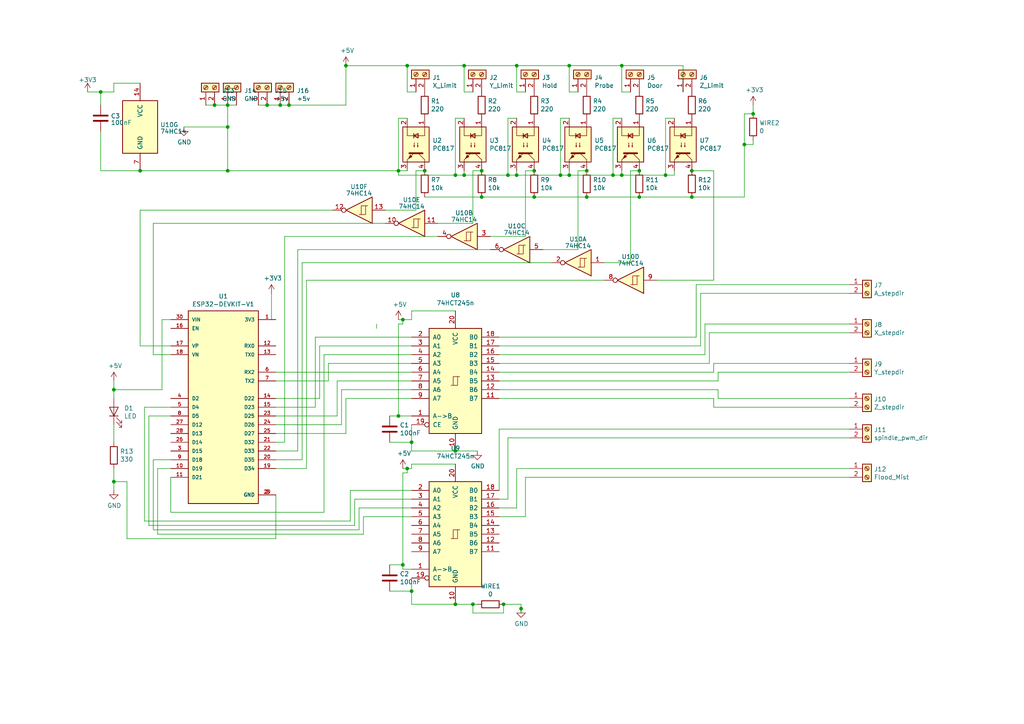
<source format=kicad_sch>
(kicad_sch (version 20230121) (generator eeschema)
  (paper "A4")
  (title_block (title "FluidNC Break-Out Board") (date "2023-03-13") (rev "1.1") (company "Maakmeneer"))
  (lib_symbols
    (symbol "74xx:74HC14" (pin_names (offset 1.016))
      (property "Reference" "U" (at 0 1.27 0))
      (property "Value" "74HC14" (at 0 -1.27 0))
      (symbol "74HC14_1_0"
        (polyline (pts (xy -3.81 3.81) (xy -3.81 -3.81) (xy 3.81 0) (xy -3.81 3.81)) (stroke (width 0.254)) (fill (type background)))
        (pin input line (at -7.62 0 0) (length 3.81) (name "~") (number "1"))
        (pin output inverted (at 7.62 0 180) (length 3.81) (name "~") (number "2"))
      )
      (symbol "74HC14_1_1"
        (polyline (pts (xy -1.905 -1.27) (xy -1.905 1.27) (xy -0.635 1.27)))
        (polyline (pts (xy -2.54 -1.27) (xy -0.635 -1.27) (xy -0.635 1.27) (xy 0 1.27)))
      )
      (symbol "74HC14_2_0"
        (polyline (pts (xy -3.81 3.81) (xy -3.81 -3.81) (xy 3.81 0) (xy -3.81 3.81)) (stroke (width 0.254)) (fill (type background)))
        (pin input line (at -7.62 0 0) (length 3.81) (name "~") (number "3"))
        (pin output inverted (at 7.62 0 180) (length 3.81) (name "~") (number "4"))
      )
      (symbol "74HC14_2_1"
        (polyline (pts (xy -1.905 -1.27) (xy -1.905 1.27) (xy -0.635 1.27)))
        (polyline (pts (xy -2.54 -1.27) (xy -0.635 -1.27) (xy -0.635 1.27) (xy 0 1.27)))
      )
      (symbol "74HC14_3_0"
        (polyline (pts (xy -3.81 3.81) (xy -3.81 -3.81) (xy 3.81 0) (xy -3.81 3.81)) (stroke (width 0.254)) (fill (type background)))
        (pin input line (at -7.62 0 0) (length 3.81) (name "~") (number "5"))
        (pin output inverted (at 7.62 0 180) (length 3.81) (name "~") (number "6"))
      )
      (symbol "74HC14_3_1"
        (polyline (pts (xy -1.905 -1.27) (xy -1.905 1.27) (xy -0.635 1.27)))
        (polyline (pts (xy -2.54 -1.27) (xy -0.635 -1.27) (xy -0.635 1.27) (xy 0 1.27)))
      )
      (symbol "74HC14_4_0"
        (polyline (pts (xy -3.81 3.81) (xy -3.81 -3.81) (xy 3.81 0) (xy -3.81 3.81)) (stroke (width 0.254)) (fill (type background)))
        (pin output inverted (at 7.62 0 180) (length 3.81) (name "~") (number "8"))
        (pin input line (at -7.62 0 0) (length 3.81) (name "~") (number "9"))
      )
      (symbol "74HC14_4_1"
        (polyline (pts (xy -1.905 -1.27) (xy -1.905 1.27) (xy -0.635 1.27)))
        (polyline (pts (xy -2.54 -1.27) (xy -0.635 -1.27) (xy -0.635 1.27) (xy 0 1.27)))
      )
      (symbol "74HC14_5_0"
        (polyline (pts (xy -3.81 3.81) (xy -3.81 -3.81) (xy 3.81 0) (xy -3.81 3.81)) (stroke (width 0.254)) (fill (type background)))
        (pin output inverted (at 7.62 0 180) (length 3.81) (name "~") (number "10"))
        (pin input line (at -7.62 0 0) (length 3.81) (name "~") (number "11"))
      )
      (symbol "74HC14_5_1"
        (polyline (pts (xy -1.905 -1.27) (xy -1.905 1.27) (xy -0.635 1.27)))
        (polyline (pts (xy -2.54 -1.27) (xy -0.635 -1.27) (xy -0.635 1.27) (xy 0 1.27)))
      )
      (symbol "74HC14_6_0"
        (polyline (pts (xy -3.81 3.81) (xy -3.81 -3.81) (xy 3.81 0) (xy -3.81 3.81)) (stroke (width 0.254)) (fill (type background)))
        (pin output inverted (at 7.62 0 180) (length 3.81) (name "~") (number "12"))
        (pin input line (at -7.62 0 0) (length 3.81) (name "~") (number "13"))
      )
      (symbol "74HC14_6_1"
        (polyline (pts (xy -1.905 -1.27) (xy -1.905 1.27) (xy -0.635 1.27)))
        (polyline (pts (xy -2.54 -1.27) (xy -0.635 -1.27) (xy -0.635 1.27) (xy 0 1.27)))
      )
      (symbol "74HC14_7_0"
        (pin power_in line (at 0 12.7 270) (length 5.08) (name "VCC") (number "14"))
        (pin power_in line (at 0 -12.7 90) (length 5.08) (name "GND") (number "7"))
      )
      (symbol "74HC14_7_1"
        (rectangle (start -5.08 7.62) (end 5.08 -7.62) (stroke (width 0.254)) (fill (type background)))
      )
    )
    (symbol "ESP32-DEVKIT-V1:ESP32-DEVKIT-V1" (pin_names (offset 1.016))
      (property "Reference" "U" (at -10.16 30.48 0))
      (property "Value" "ESP32-DEVKIT-V1" (at -10.16 -30.48 0))
      (symbol "ESP32-DEVKIT-V1_0_0"
        (rectangle (start -10.16 -27.94) (end 10.16 27.94) (stroke (width 0.254)) (fill (type background)))
        (pin output line (at 15.24 25.4 180) (length 5.08) (name "3V3") (number "1"))
        (pin bidirectional line (at -15.24 -17.78 0) (length 5.08) (name "D19") (number "10"))
        (pin bidirectional line (at -15.24 -20.32 0) (length 5.08) (name "D21") (number "11"))
        (pin input line (at 15.24 17.78 180) (length 5.08) (name "RX0") (number "12"))
        (pin output line (at 15.24 15.24 180) (length 5.08) (name "TX0") (number "13"))
        (pin bidirectional line (at 15.24 2.54 180) (length 5.08) (name "D22") (number "14"))
        (pin bidirectional line (at 15.24 0 180) (length 5.08) (name "D23") (number "15"))
        (pin input line (at -15.24 22.86 0) (length 5.08) (name "EN") (number "16"))
        (pin bidirectional line (at -15.24 17.78 0) (length 5.08) (name "VP") (number "17"))
        (pin bidirectional line (at -15.24 15.24 0) (length 5.08) (name "VN") (number "18"))
        (pin bidirectional line (at 15.24 -17.78 180) (length 5.08) (name "D34") (number "19"))
        (pin power_in line (at 15.24 -25.4 180) (length 5.08) (name "GND") (number "2"))
        (pin bidirectional line (at 15.24 -15.24 180) (length 5.08) (name "D35") (number "20"))
        (pin bidirectional line (at 15.24 -10.16 180) (length 5.08) (name "D32") (number "21"))
        (pin bidirectional line (at 15.24 -12.7 180) (length 5.08) (name "D33") (number "22"))
        (pin bidirectional line (at 15.24 -2.54 180) (length 5.08) (name "D25") (number "23"))
        (pin bidirectional line (at 15.24 -5.08 180) (length 5.08) (name "D26") (number "24"))
        (pin bidirectional line (at 15.24 -7.62 180) (length 5.08) (name "D27") (number "25"))
        (pin bidirectional line (at -15.24 -10.16 0) (length 5.08) (name "D14") (number "26"))
        (pin bidirectional line (at -15.24 -5.08 0) (length 5.08) (name "D12") (number "27"))
        (pin bidirectional line (at -15.24 -7.62 0) (length 5.08) (name "D13") (number "28"))
        (pin power_in line (at 15.24 -25.4 180) (length 5.08) (name "GND") (number "29"))
        (pin bidirectional line (at -15.24 -12.7 0) (length 5.08) (name "D15") (number "3"))
        (pin input line (at -15.24 25.4 0) (length 5.08) (name "VIN") (number "30"))
        (pin bidirectional line (at -15.24 2.54 0) (length 5.08) (name "D2") (number "4"))
        (pin bidirectional line (at -15.24 0 0) (length 5.08) (name "D4") (number "5"))
        (pin input line (at 15.24 10.16 180) (length 5.08) (name "RX2") (number "6"))
        (pin output line (at 15.24 7.62 180) (length 5.08) (name "TX2") (number "7"))
        (pin bidirectional line (at -15.24 -2.54 0) (length 5.08) (name "D5") (number "8"))
        (pin bidirectional line (at -15.24 -15.24 0) (length 5.08) (name "D18") (number "9"))
      )
    )
    (symbol "fluidnc-bob-rescue:+3.3V-power" (power) (pin_names (offset 0))
      (property "Value" "+3.3V-power" (at 0 3.556 0))
      (symbol "+3.3V-power_0_1"
        (polyline (pts (xy -0.762 1.27) (xy 0 2.54)))
        (polyline (pts (xy 0 0) (xy 0 2.54)))
        (polyline (pts (xy 0 2.54) (xy 0.762 1.27)))
      )
      (symbol "+3.3V-power_1_1"
        (pin power_in line (at 0 0 90) (length 0) hide (name "+3V3") (number "1"))
      )
    )
    (symbol "fluidnc-bob-rescue:+5V-power" (power) (pin_names (offset 0))
      (property "Value" "+5V-power" (at 0 3.556 0))
      (symbol "+5V-power_0_1"
        (polyline (pts (xy -0.762 1.27) (xy 0 2.54)))
        (polyline (pts (xy 0 0) (xy 0 2.54)))
        (polyline (pts (xy 0 2.54) (xy 0.762 1.27)))
      )
      (symbol "+5V-power_1_1"
        (pin power_in line (at 0 0 90) (length 0) hide (name "+5V") (number "1"))
      )
    )
    (symbol "fluidnc-bob-rescue:74HC245-74xx" (pin_names (offset 1.016))
      (property "Reference" "U" (at -7.62 16.51 0))
      (property "Value" "74xx_74HC245" (at -7.62 -16.51 0))
      (symbol "74HC245-74xx_1_0"
        (polyline (pts (xy -0.635 -1.27) (xy -0.635 1.27) (xy 0.635 1.27)))
        (polyline (pts (xy -1.27 -1.27) (xy 0.635 -1.27) (xy 0.635 1.27) (xy 1.27 1.27)))
        (pin input line (at -12.7 -10.16 0) (length 5.08) (name "A->B") (number "1"))
        (pin power_in line (at 0 -20.32 90) (length 5.08) (name "GND") (number "10"))
        (pin tri_state line (at 12.7 -5.08 180) (length 5.08) (name "B7") (number "11"))
        (pin tri_state line (at 12.7 -2.54 180) (length 5.08) (name "B6") (number "12"))
        (pin tri_state line (at 12.7 0 180) (length 5.08) (name "B5") (number "13"))
        (pin tri_state line (at 12.7 2.54 180) (length 5.08) (name "B4") (number "14"))
        (pin tri_state line (at 12.7 5.08 180) (length 5.08) (name "B3") (number "15"))
        (pin tri_state line (at 12.7 7.62 180) (length 5.08) (name "B2") (number "16"))
        (pin tri_state line (at 12.7 10.16 180) (length 5.08) (name "B1") (number "17"))
        (pin tri_state line (at 12.7 12.7 180) (length 5.08) (name "B0") (number "18"))
        (pin input inverted (at -12.7 -12.7 0) (length 5.08) (name "CE") (number "19"))
        (pin tri_state line (at -12.7 12.7 0) (length 5.08) (name "A0") (number "2"))
        (pin power_in line (at 0 20.32 270) (length 5.08) (name "VCC") (number "20"))
        (pin tri_state line (at -12.7 10.16 0) (length 5.08) (name "A1") (number "3"))
        (pin tri_state line (at -12.7 7.62 0) (length 5.08) (name "A2") (number "4"))
        (pin tri_state line (at -12.7 5.08 0) (length 5.08) (name "A3") (number "5"))
        (pin tri_state line (at -12.7 2.54 0) (length 5.08) (name "A4") (number "6"))
        (pin tri_state line (at -12.7 0 0) (length 5.08) (name "A5") (number "7"))
        (pin tri_state line (at -12.7 -2.54 0) (length 5.08) (name "A6") (number "8"))
        (pin tri_state line (at -12.7 -5.08 0) (length 5.08) (name "A7") (number "9"))
      )
      (symbol "74HC245-74xx_1_1"
        (rectangle (start -7.62 15.24) (end 7.62 -15.24) (stroke (width 0.254)) (fill (type background)))
      )
    )
    (symbol "fluidnc-bob-rescue:C-Device" (pin_numbers hide) (pin_names (offset 0.254))
      (property "Reference" "C" (at 0.635 2.54 0))
      (property "Value" "Device_C" (at 0.635 -2.54 0))
      (symbol "C-Device_0_1"
        (polyline (pts (xy -2.032 -0.762) (xy 2.032 -0.762)) (stroke (width 0.508)))
        (polyline (pts (xy -2.032 0.762) (xy 2.032 0.762)) (stroke (width 0.508)))
      )
      (symbol "C-Device_1_1"
        (pin passive line (at 0 3.81 270) (length 2.794) (name "~") (number "1"))
        (pin passive line (at 0 -3.81 90) (length 2.794) (name "~") (number "2"))
      )
    )
    (symbol "fluidnc-bob-rescue:GND-power" (power) (pin_names (offset 0))
      (property "Value" "GND-power" (at 0 -3.81 0))
      (symbol "GND-power_0_1"
        (polyline (pts (xy 0 0) (xy 0 -1.27) (xy 1.27 -1.27) (xy 0 -2.54) (xy -1.27 -1.27) (xy 0 -1.27)))
      )
      (symbol "GND-power_1_1"
        (pin power_in line (at 0 0 270) (length 0) hide (name "GND") (number "1"))
      )
    )
    (symbol "fluidnc-bob-rescue:LED-Device" (pin_numbers hide) (pin_names (offset 1.016) hide)
      (property "Reference" "D" (at 0 2.54 0))
      (property "Value" "Device_LED" (at 0 -2.54 0))
      (symbol "LED-Device_0_1"
        (polyline (pts (xy -1.27 -1.27) (xy -1.27 1.27)) (stroke (width 0.2032)))
        (polyline (pts (xy -1.27 0) (xy 1.27 0)))
        (polyline (pts (xy 1.27 -1.27) (xy 1.27 1.27) (xy -1.27 0) (xy 1.27 -1.27)) (stroke (width 0.2032)))
        (polyline (pts (xy -3.048 -0.762) (xy -4.572 -2.286) (xy -3.81 -2.286) (xy -4.572 -2.286) (xy -4.572 -1.524)))
        (polyline (pts (xy -1.778 -0.762) (xy -3.302 -2.286) (xy -2.54 -2.286) (xy -3.302 -2.286) (xy -3.302 -1.524)))
      )
      (symbol "LED-Device_1_1"
        (pin passive line (at -3.81 0 0) (length 2.54) (name "K") (number "1"))
        (pin passive line (at 3.81 0 180) (length 2.54) (name "A") (number "2"))
      )
    )
    (symbol "fluidnc-bob-rescue:PC817-Isolator" (pin_names (offset 1.016))
      (property "Reference" "U" (at -5.08 5.08 0))
      (property "Value" "Isolator_PC817" (at 0 5.08 0))
      (symbol "PC817-Isolator_0_1"
        (rectangle (start -5.08 3.81) (end 5.08 -3.81) (stroke (width 0.254)) (fill (type background)))
        (polyline (pts (xy -3.175 -0.635) (xy -1.905 -0.635)) (stroke (width 0.254)))
        (polyline (pts (xy 2.54 0.635) (xy 4.445 2.54)))
        (polyline (pts (xy 4.445 -2.54) (xy 2.54 -0.635)) (fill (type outline)))
        (polyline (pts (xy 4.445 -2.54) (xy 5.08 -2.54)))
        (polyline (pts (xy 4.445 2.54) (xy 5.08 2.54)))
        (polyline (pts (xy -5.08 2.54) (xy -2.54 2.54) (xy -2.54 -0.635)))
        (polyline (pts (xy -2.54 -0.635) (xy -2.54 -2.54) (xy -5.08 -2.54)))
        (polyline (pts (xy 2.54 1.905) (xy 2.54 -1.905) (xy 2.54 -1.905)) (stroke (width 0.508)))
        (polyline (pts (xy -2.54 -0.635) (xy -3.175 0.635) (xy -1.905 0.635) (xy -2.54 -0.635)) (stroke (width 0.254)))
        (polyline (pts (xy -0.508 -0.508) (xy 0.762 -0.508) (xy 0.381 -0.635) (xy 0.381 -0.381) (xy 0.762 -0.508)))
        (polyline (pts (xy -0.508 0.508) (xy 0.762 0.508) (xy 0.381 0.381) (xy 0.381 0.635) (xy 0.762 0.508)))
        (polyline (pts (xy 3.048 -1.651) (xy 3.556 -1.143) (xy 4.064 -2.159) (xy 3.048 -1.651) (xy 3.048 -1.651)) (fill (type outline)))
      )
      (symbol "PC817-Isolator_1_1"
        (pin passive line (at -7.62 2.54 0) (length 2.54) (name "~") (number "1"))
        (pin passive line (at -7.62 -2.54 0) (length 2.54) (name "~") (number "2"))
        (pin passive line (at 7.62 -2.54 180) (length 2.54) (name "~") (number "3"))
        (pin passive line (at 7.62 2.54 180) (length 2.54) (name "~") (number "4"))
      )
    )
    (symbol "fluidnc-bob-rescue:R-Device" (pin_numbers hide) (pin_names (offset 0))
      (property "Reference" "R" (at 2.032 0 90))
      (property "Value" "Device_R" (at 0 0 90))
      (symbol "R-Device_0_1"
        (rectangle (start -1.016 -2.54) (end 1.016 2.54) (stroke (width 0.254)))
      )
      (symbol "R-Device_1_1"
        (pin passive line (at 0 3.81 270) (length 1.27) (name "~") (number "1"))
        (pin passive line (at 0 -3.81 90) (length 1.27) (name "~") (number "2"))
      )
    )
    (symbol "fluidnc-bob-rescue:Screw_Terminal_01x02-Connector" (pin_names (offset 1.016) hide)
      (property "Reference" "J" (at 0 2.54 0))
      (property "Value" "Connector_Screw_Terminal_01x02" (at 0 -5.08 0))
      (symbol "Screw_Terminal_01x02-Connector_1_1"
        (rectangle (start -1.27 1.27) (end 1.27 -3.81) (stroke (width 0.254)) (fill (type background)))
        (circle (center 0 -2.54) (radius 0.635) (stroke (width 0.1524)))
        (polyline (pts (xy -0.5334 -2.2098) (xy 0.3302 -3.048)) (stroke (width 0.1524)))
        (polyline (pts (xy -0.5334 0.3302) (xy 0.3302 -0.508)) (stroke (width 0.1524)))
        (polyline (pts (xy -0.3556 -2.032) (xy 0.508 -2.8702)) (stroke (width 0.1524)))
        (polyline (pts (xy -0.3556 0.508) (xy 0.508 -0.3302)) (stroke (width 0.1524)))
        (circle (center 0 0) (radius 0.635) (stroke (width 0.1524)))
        (pin passive line (at -5.08 0 0) (length 3.81) (name "Pin_1") (number "1"))
        (pin passive line (at -5.08 -2.54 0) (length 3.81) (name "Pin_2") (number "2"))
      )
    )
  )
  (junction (at 162.56 50.8))
  (junction (at 66.04 36.83))
  (junction (at 134.62 50.8))
  (junction (at 139.7 57.15))
  (junction (at 132.08 175.26))
  (junction (at 132.08 50.8))
  (junction (at 180.34 50.8))
  (junction (at 200.66 57.15))
  (junction (at 170.18 57.15))
  (junction (at 185.42 49.53))
  (junction (at 115.57 120.65))
  (junction (at 116.84 163.83))
  (junction (at 185.42 57.15))
  (junction (at 165.1 19.05))
  (junction (at 81.28 30.48))
  (junction (at 100.33 19.05))
  (junction (at 170.18 49.53))
  (junction (at 149.86 19.05))
  (junction (at 215.9 41.91))
  (junction (at 40.64 49.53))
  (junction (at 83.82 30.48))
  (junction (at 66.04 30.48))
  (junction (at 177.8 50.8))
  (junction (at 132.08 130.81))
  (junction (at 66.04 49.53))
  (junction (at 118.11 19.05))
  (junction (at 123.19 49.53))
  (junction (at 151.13 176.53))
  (junction (at 119.38 128.27))
  (junction (at 139.7 49.53))
  (junction (at 137.16 175.26))
  (junction (at 62.23 30.48))
  (junction (at 115.57 49.53))
  (junction (at 33.02 139.7))
  (junction (at 154.94 57.15))
  (junction (at 147.32 50.8))
  (junction (at 134.62 19.05))
  (junction (at 218.44 33.02))
  (junction (at 180.34 19.05))
  (junction (at 29.21 26.67))
  (junction (at 149.86 50.8))
  (junction (at 77.47 30.48))
  (junction (at 165.1 50.8))
  (junction (at 116.84 92.71))
  (junction (at 193.04 50.8))
  (junction (at 154.94 49.53))
  (junction (at 118.11 135.89))
  (junction (at 146.05 175.26))
  (junction (at 200.66 49.53))
  (junction (at 33.02 113.03))
  (junction (at 119.38 171.45))
  (wire (pts (xy 80.01 110.49) (xy 95.25 110.49)))
  (wire (pts (xy 116.84 93.98) (xy 116.84 92.71)))
  (wire (pts (xy 29.21 38.1) (xy 29.21 49.53)))
  (wire (pts (xy 97.79 120.65) (xy 97.79 110.49)))
  (wire (pts (xy 78.74 92.71) (xy 80.01 92.71)))
  (wire (pts (xy 80.01 118.11) (xy 91.44 118.11)))
  (wire (pts (xy 195.58 49.53) (xy 195.58 50.8)))
  (wire (pts (xy 88.9 135.89) (xy 80.01 135.89)))
  (wire (pts (xy 82.55 68.58) (xy 127 68.58)))
  (wire (pts (xy 66.04 30.48) (xy 66.04 36.83)))
  (wire (pts (xy 86.36 72.39) (xy 142.24 72.39)))
  (wire (pts (xy 41.91 118.11) (xy 49.53 118.11)))
  (wire (pts (xy 119.38 100.33) (xy 92.71 100.33)))
  (wire (pts (xy 33.02 142.24) (xy 33.02 139.7)))
  (wire (pts (xy 111.76 60.96) (xy 120.65 60.96)))
  (wire (pts (xy 49.53 148.59) (xy 93.98 148.59)))
  (wire (pts (xy 246.38 105.41) (xy 207.01 105.41)))
  (wire (pts (xy 207.01 49.53) (xy 200.66 49.53)))
  (wire (pts (xy 165.1 19.05) (xy 180.34 19.05)))
  (wire (pts (xy 218.44 33.02) (xy 215.9 33.02)))
  (wire (pts (xy 246.38 115.57) (xy 208.28 115.57)))
  (wire (pts (xy 119.38 175.26) (xy 132.08 175.26)))
  (wire (pts (xy 66.04 36.83) (xy 66.04 49.53)))
  (wire (pts (xy 246.38 93.98) (xy 204.47 93.98)))
  (wire (pts (xy 29.21 26.67) (xy 29.21 30.48)))
  (wire (pts (xy 208.28 115.57) (xy 208.28 113.03)))
  (wire (pts (xy 119.38 115.57) (xy 100.33 115.57)))
  (wire (pts (xy 82.55 128.27) (xy 82.55 68.58)))
  (wire (pts (xy 190.5 81.28) (xy 207.01 81.28)))
  (wire (pts (xy 146.05 175.26) (xy 151.13 175.26)))
  (wire (pts (xy 137.16 64.77) (xy 137.16 49.53)))
  (wire (pts (xy 218.44 41.91) (xy 218.44 40.64)))
  (wire (pts (xy 149.86 135.89) (xy 149.86 147.32)))
  (wire (pts (xy 116.84 137.16) (xy 118.11 137.16)))
  (wire (pts (xy 182.88 49.53) (xy 185.42 49.53)))
  (wire (pts (xy 207.01 49.53) (xy 207.01 81.28)))
  (wire (pts (xy 246.38 127) (xy 147.32 127)))
  (wire (pts (xy 119.38 149.86) (xy 105.41 149.86)))
  (wire (pts (xy 205.74 96.52) (xy 205.74 105.41)))
  (wire (pts (xy 193.04 34.29) (xy 193.04 50.8)))
  (wire (pts (xy 92.71 115.57) (xy 92.71 100.33)))
  (wire (pts (xy 118.11 26.67) (xy 118.11 19.05)))
  (wire (pts (xy 88.9 135.89) (xy 88.9 81.28)))
  (wire (pts (xy 182.88 49.53) (xy 182.88 76.2)))
  (wire (pts (xy 134.62 19.05) (xy 149.86 19.05)))
  (wire (pts (xy 137.16 175.26) (xy 138.43 175.26)))
  (wire (pts (xy 137.16 26.67) (xy 134.62 26.67)))
  (wire (pts (xy 100.33 125.73) (xy 100.33 115.57)))
  (wire (pts (xy 208.28 107.95) (xy 208.28 110.49)))
  (wire (pts (xy 104.14 153.67) (xy 44.45 153.67)))
  (wire (pts (xy 118.11 135.89) (xy 119.38 135.89)))
  (wire (pts (xy 44.45 133.35) (xy 49.53 133.35)))
  (wire (pts (xy 207.01 105.41) (xy 207.01 107.95)))
  (wire (pts (xy 246.38 118.11) (xy 207.01 118.11)))
  (wire (pts (xy 132.08 34.29) (xy 132.08 50.8)))
  (wire (pts (xy 134.62 34.29) (xy 132.08 34.29)))
  (wire (pts (xy 132.08 50.8) (xy 115.57 50.8)))
  (wire (pts (xy 182.88 26.67) (xy 180.34 26.67)))
  (wire (pts (xy 29.21 26.67) (xy 25.4 26.67)))
  (wire (pts (xy 165.1 34.29) (xy 162.56 34.29)))
  (wire (pts (xy 132.08 175.26) (xy 137.16 175.26)))
  (wire (pts (xy 116.84 163.83) (xy 116.84 137.16)))
  (wire (pts (xy 91.44 118.11) (xy 91.44 97.79)))
  (wire (pts (xy 149.86 34.29) (xy 147.32 34.29)))
  (wire (pts (xy 147.32 127) (xy 147.32 144.78)))
  (wire (pts (xy 53.34 36.83) (xy 66.04 36.83)))
  (wire (pts (xy 177.8 34.29) (xy 177.8 50.8)))
  (wire (pts (xy 33.02 26.67) (xy 29.21 26.67)))
  (wire (pts (xy 198.12 19.05) (xy 198.12 26.67)))
  (wire (pts (xy 116.84 135.89) (xy 118.11 135.89)))
  (wire (pts (xy 36.83 156.21) (xy 36.83 139.7)))
  (wire (pts (xy 83.82 30.48) (xy 100.33 30.48)))
  (wire (pts (xy 115.57 34.29) (xy 115.57 49.53)))
  (wire (pts (xy 152.4 138.43) (xy 152.4 149.86)))
  (wire (pts (xy 215.9 41.91) (xy 218.44 41.91)))
  (wire (pts (xy 246.38 85.09) (xy 203.2 85.09)))
  (wire (pts (xy 43.18 152.4) (xy 43.18 120.65)))
  (wire (pts (xy 180.34 19.05) (xy 198.12 19.05)))
  (wire (pts (xy 118.11 49.53) (xy 115.57 49.53)))
  (wire (pts (xy 87.63 76.2) (xy 160.02 76.2)))
  (wire (pts (xy 204.47 93.98) (xy 204.47 102.87)))
  (wire (pts (xy 49.53 100.33) (xy 40.64 100.33)))
  (wire (pts (xy 137.16 175.26) (xy 137.16 177.8)))
  (wire (pts (xy 77.47 30.48) (xy 81.28 30.48)))
  (wire (pts (xy 120.65 49.53) (xy 123.19 49.53)))
  (wire (pts (xy 80.01 115.57) (xy 92.71 115.57)))
  (wire (pts (xy 149.86 50.8) (xy 147.32 50.8)))
  (wire (pts (xy 40.64 24.13) (xy 33.02 24.13)))
  (wire (pts (xy 62.23 30.48) (xy 59.69 30.48)))
  (wire (pts (xy 152.4 149.86) (xy 144.78 149.86)))
  (wire (pts (xy 46.99 113.03) (xy 46.99 92.71)))
  (wire (pts (xy 44.45 64.77) (xy 111.76 64.77)))
  (wire (pts (xy 118.11 19.05) (xy 134.62 19.05)))
  (wire (pts (xy 215.9 57.15) (xy 200.66 57.15)))
  (wire (pts (xy 93.98 148.59) (xy 93.98 102.87)))
  (wire (pts (xy 119.38 120.65) (xy 115.57 120.65)))
  (wire (pts (xy 46.99 92.71) (xy 49.53 92.71)))
  (wire (pts (xy 149.86 49.53) (xy 149.86 50.8)))
  (wire (pts (xy 119.38 110.49) (xy 97.79 110.49)))
  (wire (pts (xy 115.57 49.53) (xy 115.57 50.8)))
  (wire (pts (xy 152.4 49.53) (xy 154.94 49.53)))
  (wire (pts (xy 74.93 30.48) (xy 77.47 30.48)))
  (wire (pts (xy 119.38 165.1) (xy 116.84 165.1)))
  (wire (pts (xy 205.74 105.41) (xy 144.78 105.41)))
  (wire (pts (xy 195.58 34.29) (xy 193.04 34.29)))
  (wire (pts (xy 119.38 171.45) (xy 119.38 175.26)))
  (wire (pts (xy 33.02 113.03) (xy 33.02 110.49)))
  (wire (pts (xy 154.94 57.15) (xy 170.18 57.15)))
  (wire (pts (xy 137.16 49.53) (xy 139.7 49.53)))
  (wire (pts (xy 165.1 49.53) (xy 165.1 50.8)))
  (wire (pts (xy 119.38 142.24) (xy 101.6 142.24)))
  (wire (pts (xy 80.01 120.65) (xy 97.79 120.65)))
  (wire (pts (xy 105.41 154.94) (xy 45.72 154.94)))
  (wire (pts (xy 87.63 133.35) (xy 80.01 133.35)))
  (wire (pts (xy 113.03 128.27) (xy 119.38 128.27)))
  (wire (pts (xy 119.38 167.64) (xy 119.38 171.45)))
  (wire (pts (xy 29.21 49.53) (xy 40.64 49.53)))
  (wire (pts (xy 215.9 41.91) (xy 215.9 57.15)))
  (wire (pts (xy 201.93 97.79) (xy 144.78 97.79)))
  (wire (pts (xy 167.64 49.53) (xy 167.64 72.39)))
  (wire (pts (xy 246.38 96.52) (xy 205.74 96.52)))
  (wire (pts (xy 40.64 100.33) (xy 40.64 60.96)))
  (wire (pts (xy 33.02 139.7) (xy 33.02 135.89)))
  (wire (pts (xy 203.2 100.33) (xy 144.78 100.33)))
  (wire (pts (xy 147.32 144.78) (xy 144.78 144.78)))
  (wire (pts (xy 151.13 177.8) (xy 151.13 176.53)))
  (wire (pts (xy 102.87 152.4) (xy 43.18 152.4)))
  (wire (pts (xy 137.16 177.8) (xy 146.05 177.8)))
  (wire (pts (xy 152.4 26.67) (xy 149.86 26.67)))
  (wire (pts (xy 120.65 26.67) (xy 118.11 26.67)))
  (wire (pts (xy 246.38 82.55) (xy 201.93 82.55)))
  (wire (pts (xy 104.14 147.32) (xy 104.14 153.67)))
  (wire (pts (xy 180.34 26.67) (xy 180.34 19.05)))
  (wire (pts (xy 167.64 26.67) (xy 165.1 26.67)))
  (wire (pts (xy 66.04 30.48) (xy 62.23 30.48)))
  (wire (pts (xy 149.86 147.32) (xy 144.78 147.32)))
  (wire (pts (xy 115.57 93.98) (xy 116.84 93.98)))
  (wire (pts (xy 246.38 135.89) (xy 149.86 135.89)))
  (wire (pts (xy 81.28 30.48) (xy 83.82 30.48)))
  (wire (pts (xy 118.11 137.16) (xy 118.11 135.89)))
  (wire (pts (xy 203.2 85.09) (xy 203.2 100.33)))
  (wire (pts (xy 80.01 123.19) (xy 99.06 123.19)))
  (wire (pts (xy 101.6 151.13) (xy 41.91 151.13)))
  (wire (pts (xy 113.03 120.65) (xy 115.57 120.65)))
  (wire (pts (xy 167.64 49.53) (xy 170.18 49.53)))
  (wire (pts (xy 132.08 130.81) (xy 138.43 130.81)))
  (wire (pts (xy 102.87 144.78) (xy 102.87 152.4)))
  (wire (pts (xy 80.01 107.95) (xy 119.38 107.95)))
  (wire (pts (xy 165.1 26.67) (xy 165.1 19.05)))
  (wire (pts (xy 33.02 115.57) (xy 33.02 113.03)))
  (wire (pts (xy 113.03 171.45) (xy 119.38 171.45)))
  (wire (pts (xy 115.57 92.71) (xy 116.84 92.71)))
  (wire (pts (xy 134.62 49.53) (xy 134.62 50.8)))
  (wire (pts (xy 246.38 138.43) (xy 152.4 138.43)))
  (wire (pts (xy 246.38 107.95) (xy 208.28 107.95)))
  (wire (pts (xy 208.28 110.49) (xy 144.78 110.49)))
  (wire (pts (xy 119.38 128.27) (xy 119.38 130.81)))
  (wire (pts (xy 116.84 92.71) (xy 119.38 92.71)))
  (wire (pts (xy 146.05 177.8) (xy 146.05 175.26)))
  (wire (pts (xy 165.1 50.8) (xy 162.56 50.8)))
  (wire (pts (xy 207.01 107.95) (xy 144.78 107.95)))
  (wire (pts (xy 177.8 50.8) (xy 165.1 50.8)))
  (wire (pts (xy 86.36 130.81) (xy 80.01 130.81)))
  (wire (pts (xy 149.86 26.67) (xy 149.86 19.05)))
  (wire (pts (xy 33.02 113.03) (xy 46.99 113.03)))
  (wire (pts (xy 147.32 50.8) (xy 134.62 50.8)))
  (wire (pts (xy 119.38 144.78) (xy 102.87 144.78)))
  (wire (pts (xy 66.04 49.53) (xy 115.57 49.53)))
  (wire (pts (xy 109.22 95.25) (xy 109.22 93.98)))
  (wire (pts (xy 215.9 33.02) (xy 215.9 41.91)))
  (wire (pts (xy 246.38 124.46) (xy 144.78 124.46)))
  (wire (pts (xy 123.19 57.15) (xy 139.7 57.15)))
  (wire (pts (xy 185.42 57.15) (xy 200.66 57.15)))
  (wire (pts (xy 82.55 128.27) (xy 80.01 128.27)))
  (wire (pts (xy 105.41 149.86) (xy 105.41 154.94)))
  (wire (pts (xy 157.48 72.39) (xy 167.64 72.39)))
  (wire (pts (xy 119.38 113.03) (xy 99.06 113.03)))
  (wire (pts (xy 119.38 123.19) (xy 119.38 128.27)))
  (wire (pts (xy 134.62 50.8) (xy 132.08 50.8)))
  (wire (pts (xy 127 64.77) (xy 137.16 64.77)))
  (wire (pts (xy 201.93 82.55) (xy 201.93 97.79)))
  (wire (pts (xy 180.34 34.29) (xy 177.8 34.29)))
  (wire (pts (xy 139.7 57.15) (xy 154.94 57.15)))
  (wire (pts (xy 144.78 124.46) (xy 144.78 142.24)))
  (wire (pts (xy 207.01 118.11) (xy 207.01 115.57)))
  (wire (pts (xy 80.01 143.51) (xy 80.01 156.21)))
  (wire (pts (xy 115.57 120.65) (xy 115.57 93.98)))
  (wire (pts (xy 147.32 34.29) (xy 147.32 50.8)))
  (wire (pts (xy 100.33 19.05) (xy 118.11 19.05)))
  (wire (pts (xy 101.6 142.24) (xy 101.6 151.13)))
  (wire (pts (xy 207.01 115.57) (xy 144.78 115.57)))
  (wire (pts (xy 162.56 50.8) (xy 149.86 50.8)))
  (wire (pts (xy 99.06 123.19) (xy 99.06 113.03)))
  (wire (pts (xy 119.38 134.62) (xy 132.08 134.62)))
  (wire (pts (xy 119.38 147.32) (xy 104.14 147.32)))
  (wire (pts (xy 180.34 50.8) (xy 177.8 50.8)))
  (wire (pts (xy 132.08 90.17) (xy 119.38 90.17)))
  (wire (pts (xy 119.38 105.41) (xy 95.25 105.41)))
  (wire (pts (xy 100.33 30.48) (xy 100.33 19.05)))
  (wire (pts (xy 68.58 30.48) (xy 66.04 30.48)))
  (wire (pts (xy 149.86 19.05) (xy 165.1 19.05)))
  (wire (pts (xy 142.24 68.58) (xy 152.4 68.58)))
  (wire (pts (xy 80.01 125.73) (xy 100.33 125.73)))
  (wire (pts (xy 180.34 49.53) (xy 180.34 50.8)))
  (wire (pts (xy 45.72 154.94) (xy 45.72 135.89)))
  (wire (pts (xy 88.9 81.28) (xy 175.26 81.28)))
  (wire (pts (xy 162.56 34.29) (xy 162.56 50.8)))
  (wire (pts (xy 118.11 34.29) (xy 115.57 34.29)))
  (wire (pts (xy 44.45 102.87) (xy 44.45 64.77)))
  (wire (pts (xy 33.02 123.19) (xy 33.02 128.27)))
  (wire (pts (xy 193.04 50.8) (xy 180.34 50.8)))
  (wire (pts (xy 33.02 24.13) (xy 33.02 26.67)))
  (wire (pts (xy 49.53 148.59) (xy 49.53 138.43)))
  (wire (pts (xy 41.91 151.13) (xy 41.91 118.11)))
  (wire (pts (xy 119.38 97.79) (xy 91.44 97.79)))
  (wire (pts (xy 119.38 102.87) (xy 93.98 102.87)))
  (wire (pts (xy 40.64 49.53) (xy 66.04 49.53)))
  (wire (pts (xy 49.53 102.87) (xy 44.45 102.87)))
  (wire (pts (xy 36.83 139.7) (xy 33.02 139.7)))
  (wire (pts (xy 40.64 60.96) (xy 96.52 60.96)))
  (wire (pts (xy 86.36 130.81) (xy 86.36 72.39)))
  (wire (pts (xy 43.18 120.65) (xy 49.53 120.65)))
  (wire (pts (xy 119.38 135.89) (xy 119.38 134.62)))
  (wire (pts (xy 44.45 153.67) (xy 44.45 133.35)))
  (wire (pts (xy 95.25 110.49) (xy 95.25 105.41)))
  (wire (pts (xy 120.65 60.96) (xy 120.65 49.53)))
  (wire (pts (xy 78.74 85.09) (xy 78.74 92.71)))
  (wire (pts (xy 87.63 133.35) (xy 87.63 76.2)))
  (wire (pts (xy 45.72 135.89) (xy 49.53 135.89)))
  (wire (pts (xy 80.01 156.21) (xy 36.83 156.21)))
  (wire (pts (xy 170.18 57.15) (xy 185.42 57.15)))
  (wire (pts (xy 208.28 113.03) (xy 144.78 113.03)))
  (wire (pts (xy 119.38 130.81) (xy 132.08 130.81)))
  (wire (pts (xy 152.4 68.58) (xy 152.4 49.53)))
  (wire (pts (xy 116.84 165.1) (xy 116.84 163.83)))
  (wire (pts (xy 119.38 90.17) (xy 119.38 92.71)))
  (wire (pts (xy 195.58 50.8) (xy 193.04 50.8)))
  (wire (pts (xy 134.62 26.67) (xy 134.62 19.05)))
  (wire (pts (xy 151.13 175.26) (xy 151.13 176.53)))
  (wire (pts (xy 113.03 163.83) (xy 116.84 163.83)))
  (wire (pts (xy 204.47 102.87) (xy 144.78 102.87)))
  (wire (pts (xy 218.44 30.48) (xy 218.44 33.02)))
  (wire (pts (xy 182.88 76.2) (xy 175.26 76.2)))
  (symbol (lib_id "fluidnc-bob-rescue:PC817-Isolator") (at 120.65 41.91 270) (unit 1)
    (property "Reference" "U2" (at 125.4252 40.7416 90) (effects (justify left)))
    (property "Value" "PC817" (at 125.4252 43.053 90) (effects (justify left)))
    (property "Footprint" "Package_DIP:DIP-4_W7.62mm" (effects hide))
    (property "Datasheet" "http://www.soselectronic.cz/a_info/resource/d/pc817.pdf" (effects hide))
  )
  (symbol (lib_id "fluidnc-bob-rescue:PC817-Isolator") (at 137.16 41.91 270) (unit 1)
    (property "Reference" "U3" (at 141.9352 40.7416 90) (effects (justify left)))
    (property "Value" "PC817" (at 141.9352 43.053 90) (effects (justify left)))
    (property "Footprint" "Package_DIP:DIP-4_W7.62mm" (effects hide))
    (property "Datasheet" "http://www.soselectronic.cz/a_info/resource/d/pc817.pdf" (effects hide))
  )
  (symbol (lib_id "fluidnc-bob-rescue:PC817-Isolator") (at 152.4 41.91 270) (unit 1)
    (property "Reference" "U4" (at 157.1752 40.7416 90) (effects (justify left)))
    (property "Value" "PC817" (at 157.1752 43.053 90) (effects (justify left)))
    (property "Footprint" "Package_DIP:DIP-4_W7.62mm" (effects hide))
    (property "Datasheet" "http://www.soselectronic.cz/a_info/resource/d/pc817.pdf" (effects hide))
  )
  (symbol (lib_id "fluidnc-bob-rescue:PC817-Isolator") (at 167.64 41.91 270) (unit 1)
    (property "Reference" "U5" (at 172.4152 40.7416 90) (effects (justify left)))
    (property "Value" "PC817" (at 172.4152 43.053 90) (effects (justify left)))
    (property "Footprint" "Package_DIP:DIP-4_W7.62mm" (effects hide))
    (property "Datasheet" "http://www.soselectronic.cz/a_info/resource/d/pc817.pdf" (effects hide))
  )
  (symbol (lib_id "fluidnc-bob-rescue:PC817-Isolator") (at 182.88 41.91 270) (unit 1)
    (property "Reference" "U6" (at 187.6552 40.7416 90) (effects (justify left)))
    (property "Value" "PC817" (at 187.6552 43.053 90) (effects (justify left)))
    (property "Footprint" "Package_DIP:DIP-4_W7.62mm" (effects hide))
    (property "Datasheet" "http://www.soselectronic.cz/a_info/resource/d/pc817.pdf" (effects hide))
  )
  (symbol (lib_id "fluidnc-bob-rescue:PC817-Isolator") (at 198.12 41.91 270) (unit 1)
    (property "Reference" "U7" (at 202.8952 40.7416 90) (effects (justify left)))
    (property "Value" "PC817" (at 202.8952 43.053 90) (effects (justify left)))
    (property "Footprint" "Package_DIP:DIP-4_W7.62mm" (effects hide))
    (property "Datasheet" "http://www.soselectronic.cz/a_info/resource/d/pc817.pdf" (effects hide))
  )
  (symbol (lib_id "fluidnc-bob-rescue:Screw_Terminal_01x02-Connector") (at 120.65 21.59 90) (unit 1)
    (property "Reference" "J1" (at 125.4252 22.5044 90) (effects (justify right)))
    (property "Value" "X_Limit" (at 125.4252 24.8158 90) (effects (justify right)))
    (property "Footprint" "TerminalBlock_MetzConnect:TerminalBlock_MetzConnect_Type073_RT02602HBLU_1x02_P5.08mm_Horizontal" (effects hide))
  )
  (symbol (lib_id "fluidnc-bob-rescue:Screw_Terminal_01x02-Connector") (at 137.16 21.59 90) (unit 1)
    (property "Reference" "J2" (at 141.9352 22.5044 90) (effects (justify right)))
    (property "Value" "Y_Limit" (at 141.9352 24.8158 90) (effects (justify right)))
    (property "Footprint" "TerminalBlock_MetzConnect:TerminalBlock_MetzConnect_Type073_RT02602HBLU_1x02_P5.08mm_Horizontal" (effects hide))
  )
  (symbol (lib_id "fluidnc-bob-rescue:Screw_Terminal_01x02-Connector") (at 152.4 21.59 90) (unit 1)
    (property "Reference" "J3" (at 157.1752 22.5044 90) (effects (justify right)))
    (property "Value" "Hold" (at 157.1752 24.8158 90) (effects (justify right)))
    (property "Footprint" "TerminalBlock_MetzConnect:TerminalBlock_MetzConnect_Type073_RT02602HBLU_1x02_P5.08mm_Horizontal" (effects hide))
  )
  (symbol (lib_id "fluidnc-bob-rescue:Screw_Terminal_01x02-Connector") (at 167.64 21.59 90) (unit 1)
    (property "Reference" "J4" (at 172.4152 22.5044 90) (effects (justify right)))
    (property "Value" "Probe" (at 172.4152 24.8158 90) (effects (justify right)))
    (property "Footprint" "TerminalBlock_MetzConnect:TerminalBlock_MetzConnect_Type073_RT02602HBLU_1x02_P5.08mm_Horizontal" (effects hide))
  )
  (symbol (lib_id "fluidnc-bob-rescue:Screw_Terminal_01x02-Connector") (at 182.88 21.59 90) (unit 1)
    (property "Reference" "J5" (at 187.6552 22.5044 90) (effects (justify right)))
    (property "Value" "Door" (at 187.6552 24.8158 90) (effects (justify right)))
    (property "Footprint" "TerminalBlock_MetzConnect:TerminalBlock_MetzConnect_Type073_RT02602HBLU_1x02_P5.08mm_Horizontal" (effects hide))
  )
  (symbol (lib_id "fluidnc-bob-rescue:Screw_Terminal_01x02-Connector") (at 198.12 21.59 90) (unit 1)
    (property "Reference" "J6" (at 202.8952 22.5044 90) (effects (justify right)))
    (property "Value" "Z_Limit" (at 202.8952 24.8158 90) (effects (justify right)))
    (property "Footprint" "TerminalBlock_MetzConnect:TerminalBlock_MetzConnect_Type073_RT02602HBLU_1x02_P5.08mm_Horizontal" (effects hide))
  )
  (symbol (lib_id "fluidnc-bob-rescue:GND-power") (at 53.34 36.83 0) (unit 1)
    (property "Reference" "#PWR0101" (effects hide))
    (property "Value" "GND" (at 53.467 41.2242 0))
  )
  (symbol (lib_id "fluidnc-bob-rescue:+5V-power") (at 100.33 19.05 0) (unit 1)
    (property "Reference" "#PWR0102" (effects hide))
    (property "Value" "+5V" (at 100.711 14.6558 0))
  )
  (symbol (lib_id "fluidnc-bob-rescue:+3.3V-power") (at 218.44 30.48 0) (unit 1)
    (property "Reference" "#PWR0103" (effects hide))
    (property "Value" "+3.3V" (at 218.821 26.0858 0))
  )
  (symbol (lib_id "fluidnc-bob-rescue:R-Device") (at 200.66 30.48 0) (unit 1)
    (property "Reference" "R6" (at 202.438 29.3116 0) (effects (justify left)))
    (property "Value" "220" (at 202.438 31.623 0) (effects (justify left)))
    (property "Footprint" "Resistor_THT:R_Axial_DIN0204_L3.6mm_D1.6mm_P7.62mm_Horizontal" (effects hide))
  )
  (symbol (lib_id "fluidnc-bob-rescue:R-Device") (at 185.42 30.48 0) (unit 1)
    (property "Reference" "R5" (at 187.198 29.3116 0) (effects (justify left)))
    (property "Value" "220" (at 187.198 31.623 0) (effects (justify left)))
    (property "Footprint" "Resistor_THT:R_Axial_DIN0204_L3.6mm_D1.6mm_P7.62mm_Horizontal" (effects hide))
  )
  (symbol (lib_id "fluidnc-bob-rescue:R-Device") (at 170.18 30.48 0) (unit 1)
    (property "Reference" "R4" (at 171.958 29.3116 0) (effects (justify left)))
    (property "Value" "220" (at 171.958 31.623 0) (effects (justify left)))
    (property "Footprint" "Resistor_THT:R_Axial_DIN0204_L3.6mm_D1.6mm_P7.62mm_Horizontal" (effects hide))
  )
  (symbol (lib_id "fluidnc-bob-rescue:R-Device") (at 154.94 30.48 0) (unit 1)
    (property "Reference" "R3" (at 156.718 29.3116 0) (effects (justify left)))
    (property "Value" "220" (at 156.718 31.623 0) (effects (justify left)))
    (property "Footprint" "Resistor_THT:R_Axial_DIN0204_L3.6mm_D1.6mm_P7.62mm_Horizontal" (effects hide))
  )
  (symbol (lib_id "fluidnc-bob-rescue:R-Device") (at 139.7 30.48 0) (unit 1)
    (property "Reference" "R2" (at 141.478 29.3116 0) (effects (justify left)))
    (property "Value" "220" (at 141.478 31.623 0) (effects (justify left)))
    (property "Footprint" "Resistor_THT:R_Axial_DIN0204_L3.6mm_D1.6mm_P7.62mm_Horizontal" (effects hide))
  )
  (symbol (lib_id "fluidnc-bob-rescue:R-Device") (at 123.19 30.48 0) (unit 1)
    (property "Reference" "R1" (at 124.968 29.3116 0) (effects (justify left)))
    (property "Value" "220" (at 124.968 31.623 0) (effects (justify left)))
    (property "Footprint" "Resistor_THT:R_Axial_DIN0204_L3.6mm_D1.6mm_P7.62mm_Horizontal" (effects hide))
  )
  (symbol (lib_id "fluidnc-bob-rescue:R-Device") (at 123.19 53.34 0) (unit 1)
    (property "Reference" "R7" (at 124.968 52.1716 0) (effects (justify left)))
    (property "Value" "10k" (at 124.968 54.483 0) (effects (justify left)))
    (property "Footprint" "Resistor_THT:R_Axial_DIN0204_L3.6mm_D1.6mm_P7.62mm_Horizontal" (effects hide))
  )
  (symbol (lib_id "fluidnc-bob-rescue:R-Device") (at 139.7 53.34 0) (unit 1)
    (property "Reference" "R8" (at 141.478 52.1716 0) (effects (justify left)))
    (property "Value" "10k" (at 141.478 54.483 0) (effects (justify left)))
    (property "Footprint" "Resistor_THT:R_Axial_DIN0204_L3.6mm_D1.6mm_P7.62mm_Horizontal" (effects hide))
  )
  (symbol (lib_id "fluidnc-bob-rescue:R-Device") (at 154.94 53.34 0) (unit 1)
    (property "Reference" "R9" (at 156.718 52.1716 0) (effects (justify left)))
    (property "Value" "10k" (at 156.718 54.483 0) (effects (justify left)))
    (property "Footprint" "Resistor_THT:R_Axial_DIN0204_L3.6mm_D1.6mm_P7.62mm_Horizontal" (effects hide))
  )
  (symbol (lib_id "fluidnc-bob-rescue:R-Device") (at 170.18 53.34 0) (unit 1)
    (property "Reference" "R10" (at 171.958 52.1716 0) (effects (justify left)))
    (property "Value" "10k" (at 171.958 54.483 0) (effects (justify left)))
    (property "Footprint" "Resistor_THT:R_Axial_DIN0204_L3.6mm_D1.6mm_P7.62mm_Horizontal" (effects hide))
  )
  (symbol (lib_id "fluidnc-bob-rescue:R-Device") (at 185.42 53.34 0) (unit 1)
    (property "Reference" "R11" (at 187.198 52.1716 0) (effects (justify left)))
    (property "Value" "10k" (at 187.198 54.483 0) (effects (justify left)))
    (property "Footprint" "Resistor_THT:R_Axial_DIN0204_L3.6mm_D1.6mm_P7.62mm_Horizontal" (effects hide))
  )
  (symbol (lib_id "fluidnc-bob-rescue:R-Device") (at 200.66 53.34 0) (unit 1)
    (property "Reference" "R12" (at 202.438 52.1716 0) (effects (justify left)))
    (property "Value" "10k" (at 202.438 54.483 0) (effects (justify left)))
    (property "Footprint" "Resistor_THT:R_Axial_DIN0204_L3.6mm_D1.6mm_P7.62mm_Horizontal" (effects hide))
  )
  (symbol (lib_id "fluidnc-bob-rescue:74HC245-74xx") (at 132.08 110.49 0) (unit 1)
    (property "Reference" "U8" (at 132.08 85.5726 0))
    (property "Value" "74HCT245n" (at 132.08 87.884 0))
    (property "Footprint" "Package_DIP:DIP-20_W7.62mm_Socket_LongPads" (effects hide))
    (property "Datasheet" "http://www.ti.com/lit/gpn/sn74HC245" (effects hide))
  )
  (symbol (lib_id "fluidnc-bob-rescue:74HC245-74xx") (at 132.08 154.94 0) (unit 1)
    (property "Reference" "U9" (at 132.08 130.0226 0))
    (property "Value" "74HCT245n" (at 132.08 132.334 0))
    (property "Footprint" "Package_DIP:DIP-20_W7.62mm_Socket_LongPads" (effects hide))
    (property "Datasheet" "http://www.ti.com/lit/gpn/sn74HC245" (effects hide))
  )
  (symbol (lib_id "fluidnc-bob-rescue:Screw_Terminal_01x02-Connector") (at 251.46 82.55 0) (unit 1)
    (property "Reference" "J7" (at 253.492 82.7532 0) (effects (justify left)))
    (property "Value" "A_stepdir" (at 253.492 85.0646 0) (effects (justify left)))
    (property "Footprint" "TerminalBlock_MetzConnect:TerminalBlock_MetzConnect_Type073_RT02602HBLU_1x02_P5.08mm_Horizontal" (effects hide))
  )
  (symbol (lib_id "fluidnc-bob-rescue:Screw_Terminal_01x02-Connector") (at 251.46 93.98 0) (unit 1)
    (property "Reference" "J8" (at 253.492 94.1832 0) (effects (justify left)))
    (property "Value" "X_stepdir" (at 253.492 96.4946 0) (effects (justify left)))
    (property "Footprint" "TerminalBlock_MetzConnect:TerminalBlock_MetzConnect_Type073_RT02602HBLU_1x02_P5.08mm_Horizontal" (effects hide))
  )
  (symbol (lib_id "fluidnc-bob-rescue:Screw_Terminal_01x02-Connector") (at 251.46 105.41 0) (unit 1)
    (property "Reference" "J9" (at 253.492 105.6132 0) (effects (justify left)))
    (property "Value" "Y_stepdir" (at 253.492 107.9246 0) (effects (justify left)))
    (property "Footprint" "TerminalBlock_MetzConnect:TerminalBlock_MetzConnect_Type073_RT02602HBLU_1x02_P5.08mm_Horizontal" (effects hide))
  )
  (symbol (lib_id "fluidnc-bob-rescue:Screw_Terminal_01x02-Connector") (at 251.46 115.57 0) (unit 1)
    (property "Reference" "J10" (at 253.492 115.7732 0) (effects (justify left)))
    (property "Value" "Z_stepdir" (at 253.492 118.0846 0) (effects (justify left)))
    (property "Footprint" "TerminalBlock_MetzConnect:TerminalBlock_MetzConnect_Type073_RT02602HBLU_1x02_P5.08mm_Horizontal" (effects hide))
  )
  (symbol (lib_id "fluidnc-bob-rescue:Screw_Terminal_01x02-Connector") (at 251.46 124.46 0) (unit 1)
    (property "Reference" "J11" (at 253.492 124.6632 0) (effects (justify left)))
    (property "Value" "spindle_pwm_dir" (at 253.492 126.9746 0) (effects (justify left)))
    (property "Footprint" "TerminalBlock_MetzConnect:TerminalBlock_MetzConnect_Type073_RT02602HBLU_1x02_P5.08mm_Horizontal" (effects hide))
  )
  (symbol (lib_id "fluidnc-bob-rescue:Screw_Terminal_01x02-Connector") (at 251.46 135.89 0) (unit 1)
    (property "Reference" "J12" (at 253.492 136.0932 0) (effects (justify left)))
    (property "Value" "Flood_Mist" (at 253.492 138.4046 0) (effects (justify left)))
    (property "Footprint" "TerminalBlock_MetzConnect:TerminalBlock_MetzConnect_Type073_RT02602HBLU_1x02_P5.08mm_Horizontal" (effects hide))
  )
  (symbol (lib_id "ESP32-DEVKIT-V1:ESP32-DEVKIT-V1") (at 64.77 118.11 0) (unit 1)
    (property "Reference" "U1" (at 64.77 85.9282 0))
    (property "Value" "ESP32-DEVKIT-V1" (at 64.77 88.2396 0))
    (property "Footprint" "MODULE_ESP32_DEVKIT_V1" (effects hide))
    (property "MAXIMUM_PACKAGE_HEIGHT" "6.8 mm" (effects hide))
    (property "STANDARD" "Manufacturer Recommendations" (effects hide))
    (property "PARTREV" "N/A" (effects hide))
    (property "MANUFACTURER" "DOIT" (effects hide))
  )
  (symbol (lib_id "fluidnc-bob-rescue:LED-Device") (at 33.02 119.38 90) (unit 1)
    (property "Reference" "D1" (at 35.9918 118.3894 90) (effects (justify right)))
    (property "Value" "LED" (at 35.9918 120.7008 90) (effects (justify right)))
    (property "Footprint" "LED_THT:LED_D5.0mm" (effects hide))
  )
  (symbol (lib_id "fluidnc-bob-rescue:R-Device") (at 33.02 132.08 0) (unit 1)
    (property "Reference" "R13" (at 34.798 130.9116 0) (effects (justify left)))
    (property "Value" "330" (at 34.798 133.223 0) (effects (justify left)))
    (property "Footprint" "Resistor_THT:R_Axial_DIN0204_L3.6mm_D1.6mm_P7.62mm_Horizontal" (effects hide))
  )
  (symbol (lib_id "fluidnc-bob-rescue:GND-power") (at 33.02 142.24 0) (unit 1)
    (property "Reference" "#PWR0104" (effects hide))
    (property "Value" "GND" (at 33.147 146.6342 0))
  )
  (symbol (lib_id "fluidnc-bob-rescue:+5V-power") (at 33.02 110.49 0) (unit 1)
    (property "Reference" "#PWR0105" (effects hide))
    (property "Value" "+5V" (at 33.401 106.0958 0))
  )
  (symbol (lib_id "fluidnc-bob-rescue:+5V-power") (at 115.57 92.71 0) (unit 1)
    (property "Reference" "#PWR0106" (effects hide))
    (property "Value" "+5V" (at 115.951 88.3158 0))
  )
  (symbol (lib_id "fluidnc-bob-rescue:+5V-power") (at 116.84 135.89 0) (unit 1)
    (property "Reference" "#PWR0107" (effects hide))
    (property "Value" "+5V" (at 117.221 131.4958 0))
  )
  (symbol (lib_id "fluidnc-bob-rescue:GND-power") (at 138.43 130.81 0) (unit 1)
    (property "Reference" "#PWR0108" (effects hide))
    (property "Value" "GND" (at 138.557 135.2042 0))
  )
  (symbol (lib_id "fluidnc-bob-rescue:GND-power") (at 151.13 176.53 0) (unit 1)
    (property "Reference" "#PWR0109" (effects hide))
    (property "Value" "GND" (at 151.257 180.9242 0))
  )
  (symbol (lib_id "fluidnc-bob-rescue:C-Device") (at 113.03 124.46 0) (unit 1)
    (property "Reference" "C1" (at 115.951 123.2916 0) (effects (justify left)))
    (property "Value" "100nF" (at 115.951 125.603 0) (effects (justify left)))
    (property "Footprint" "Capacitor_THT:C_Axial_L3.8mm_D2.6mm_P7.50mm_Horizontal" (effects hide))
  )
  (symbol (lib_id "fluidnc-bob-rescue:C-Device") (at 113.03 167.64 0) (unit 1)
    (property "Reference" "C2" (at 115.951 166.4716 0) (effects (justify left)))
    (property "Value" "100nF" (at 115.951 168.783 0) (effects (justify left)))
    (property "Footprint" "Capacitor_THT:C_Axial_L3.8mm_D2.6mm_P7.50mm_Horizontal" (effects hide))
  )
  (symbol (lib_id "fluidnc-bob-rescue:+3.3V-power") (at 78.74 85.09 0) (unit 1)
    (property "Reference" "#PWR0110" (effects hide))
    (property "Value" "+3.3V" (at 79.121 80.6958 0))
  )
  (symbol (lib_id "fluidnc-bob-rescue:R-Device") (at 142.24 175.26 90) (unit 1)
    (property "Reference" "WIRE1" (at 142.24 170.0022 90))
    (property "Value" "0" (at 142.24 172.3136 90))
    (property "Footprint" "Resistor_THT:R_Axial_DIN0207_L6.3mm_D2.5mm_P7.62mm_Horizontal" (effects hide))
  )
  (symbol (lib_id "fluidnc-bob-rescue:R-Device") (at 218.44 36.83 0) (unit 1)
    (property "Reference" "WIRE2" (at 220.218 35.6616 0) (effects (justify left)))
    (property "Value" "0" (at 220.218 37.973 0) (effects (justify left)))
    (property "Footprint" "Resistor_THT:R_Axial_DIN0207_L6.3mm_D2.5mm_P7.62mm_Horizontal" (effects hide))
  )
  (symbol (lib_id "fluidnc-bob-rescue:Screw_Terminal_01x02-Connector") (at 74.93 25.4 90) (unit 1)
    (property "Reference" "J15" (at 79.7052 26.3144 90) (effects (justify right)))
    (property "Value" "+5v" (at 79.7052 28.6258 90) (effects (justify right)))
    (property "Footprint" "TerminalBlock_MetzConnect:TerminalBlock_MetzConnect_Type073_RT02602HBLU_1x02_P5.08mm_Horizontal" (effects hide))
  )
  (symbol (lib_id "fluidnc-bob-rescue:Screw_Terminal_01x02-Connector") (at 66.04 25.4 90) (unit 1)
    (property "Reference" "J14" (at 70.8152 26.3144 90) (effects (justify right)))
    (property "Value" "GND" (at 70.8152 28.6258 90) (effects (justify right)))
    (property "Footprint" "TerminalBlock_MetzConnect:TerminalBlock_MetzConnect_Type073_RT02602HBLU_1x02_P5.08mm_Horizontal" (effects hide))
  )
  (symbol (lib_id "fluidnc-bob-rescue:Screw_Terminal_01x02-Connector") (at 81.28 25.4 90) (unit 1)
    (property "Reference" "J16" (at 86.0552 26.3144 90) (effects (justify right)))
    (property "Value" "+5v" (at 86.0552 28.6258 90) (effects (justify right)))
    (property "Footprint" "TerminalBlock_MetzConnect:TerminalBlock_MetzConnect_Type073_RT02602HBLU_1x02_P5.08mm_Horizontal" (effects hide))
  )
  (symbol (lib_id "fluidnc-bob-rescue:Screw_Terminal_01x02-Connector") (at 59.69 25.4 90) (unit 1)
    (property "Reference" "J13" (at 64.4652 26.3144 90) (effects (justify right)))
    (property "Value" "GND" (at 64.4652 28.6258 90) (effects (justify right)))
    (property "Footprint" "TerminalBlock_MetzConnect:TerminalBlock_MetzConnect_Type073_RT02602HBLU_1x02_P5.08mm_Horizontal" (effects hide))
  )
  (symbol (lib_id "fluidnc-bob-rescue:+3.3V-power") (at 25.4 26.67 0) (unit 1)
    (property "Reference" "#PWR01" (effects hide))
    (property "Value" "+3.3V-power" (at 25.4 23.1681 0))
  )
  (symbol (lib_id "74xx:74HC14") (at 40.64 36.83 0) (unit 7)
    (property "Reference" "U10" (at 46.482 36.1863 0) (effects (justify left)))
    (property "Value" "74HC14" (at 46.482 38.1073 0) (effects (justify left)))
    (property "Footprint" "Package_DIP:DIP-14_W7.62mm_Socket_LongPads" (effects hide))
    (property "Datasheet" "http://www.ti.com/lit/gpn/sn74HC14" (effects hide))
  )
  (symbol (lib_id "74xx:74HC14") (at 119.38 64.77 180) (unit 5)
    (property "Reference" "U10" (at 119.38 57.9501 0))
    (property "Value" "74HC14" (at 119.38 59.8711 0))
    (property "Footprint" "Package_DIP:DIP-14_W7.62mm_Socket_LongPads" (effects hide))
    (property "Datasheet" "http://www.ti.com/lit/gpn/sn74HC14" (effects hide))
  )
  (symbol (lib_id "fluidnc-bob-rescue:C-Device") (at 29.21 34.29 0) (unit 1)
    (property "Reference" "C3" (at 32.131 33.6463 0) (effects (justify left)))
    (property "Value" "100nF" (at 32.131 35.5673 0) (effects (justify left)))
    (property "Footprint" "Capacitor_THT:C_Axial_L3.8mm_D2.6mm_P7.50mm_Horizontal" (effects hide))
  )
  (symbol (lib_id "74xx:74HC14") (at 134.62 68.58 180) (unit 2)
    (property "Reference" "U10" (at 134.62 61.7601 0))
    (property "Value" "74HC14" (at 134.62 63.6811 0))
    (property "Footprint" "Package_DIP:DIP-14_W7.62mm_Socket_LongPads" (effects hide))
    (property "Datasheet" "http://www.ti.com/lit/gpn/sn74HC14" (effects hide))
  )
  (symbol (lib_id "74xx:74HC14") (at 182.88 81.28 180) (unit 4)
    (property "Reference" "U10" (at 182.88 74.4601 0))
    (property "Value" "74HC14" (at 182.88 76.3811 0))
    (property "Footprint" "Package_DIP:DIP-14_W7.62mm_Socket_LongPads" (effects hide))
    (property "Datasheet" "http://www.ti.com/lit/gpn/sn74HC14" (effects hide))
  )
  (symbol (lib_id "74xx:74HC14") (at 149.86 72.39 180) (unit 3)
    (property "Reference" "U10" (at 149.86 65.5701 0))
    (property "Value" "74HC14" (at 149.86 67.4911 0))
    (property "Footprint" "Package_DIP:DIP-14_W7.62mm_Socket_LongPads" (effects hide))
    (property "Datasheet" "http://www.ti.com/lit/gpn/sn74HC14" (effects hide))
  )
  (symbol (lib_id "74xx:74HC14") (at 167.64 76.2 180) (unit 1)
    (property "Reference" "U10" (at 167.64 69.3801 0))
    (property "Value" "74HC14" (at 167.64 71.3011 0))
    (property "Footprint" "Package_DIP:DIP-14_W7.62mm_Socket_LongPads" (effects hide))
    (property "Datasheet" "http://www.ti.com/lit/gpn/sn74HC14" (effects hide))
  )
  (symbol (lib_id "74xx:74HC14") (at 104.14 60.96 180) (unit 6)
    (property "Reference" "U10" (at 104.14 54.1401 0))
    (property "Value" "74HC14" (at 104.14 56.0611 0))
    (property "Footprint" "Package_DIP:DIP-14_W7.62mm_Socket_LongPads" (effects hide))
    (property "Datasheet" "http://www.ti.com/lit/gpn/sn74HC14" (effects hide))
  )
)
</source>
